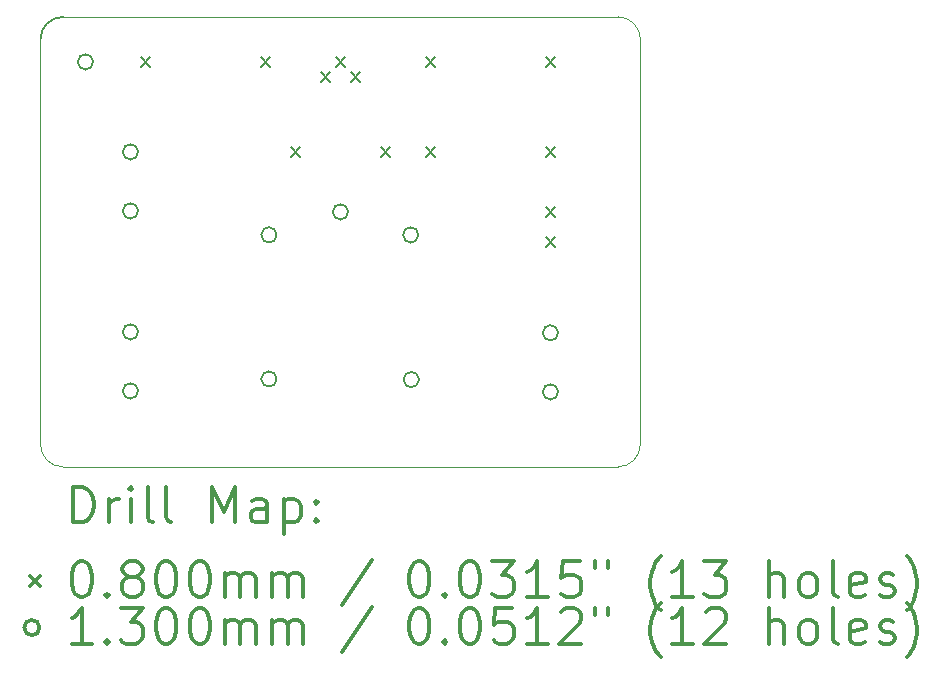
<source format=gbr>
%FSLAX45Y45*%
G04 Gerber Fmt 4.5, Leading zero omitted, Abs format (unit mm)*
G04 Created by KiCad (PCBNEW 5.1.12-84ad8e8a86~92~ubuntu20.04.1) date 2022-02-09 01:19:51*
%MOMM*%
%LPD*%
G01*
G04 APERTURE LIST*
%TA.AperFunction,Profile*%
%ADD10C,0.100000*%
%TD*%
%TA.AperFunction,Profile*%
%ADD11C,0.150000*%
%TD*%
%ADD12C,0.200000*%
%ADD13C,0.300000*%
G04 APERTURE END LIST*
D10*
X10350500Y-12446000D02*
G75*
G02*
X10160000Y-12255500I0J190500D01*
G01*
X15240000Y-12255500D02*
G75*
G02*
X15049500Y-12446000I-190500J0D01*
G01*
X15049500Y-8636000D02*
G75*
G02*
X15240000Y-8826500I0J-190500D01*
G01*
D11*
X10160000Y-8826500D02*
G75*
G02*
X10350500Y-8636000I190500J0D01*
G01*
D10*
X15049500Y-8636000D02*
X10350500Y-8636000D01*
X15240000Y-12255500D02*
X15240000Y-8826500D01*
X10350500Y-12446000D02*
X15049500Y-12446000D01*
X10160000Y-8826500D02*
X10160000Y-12255500D01*
D12*
X11009000Y-8977000D02*
X11089000Y-9057000D01*
X11089000Y-8977000D02*
X11009000Y-9057000D01*
X12025000Y-8977000D02*
X12105000Y-9057000D01*
X12105000Y-8977000D02*
X12025000Y-9057000D01*
X12279000Y-9739000D02*
X12359000Y-9819000D01*
X12359000Y-9739000D02*
X12279000Y-9819000D01*
X12533000Y-9104000D02*
X12613000Y-9184000D01*
X12613000Y-9104000D02*
X12533000Y-9184000D01*
X12660000Y-8977000D02*
X12740000Y-9057000D01*
X12740000Y-8977000D02*
X12660000Y-9057000D01*
X12787000Y-9104000D02*
X12867000Y-9184000D01*
X12867000Y-9104000D02*
X12787000Y-9184000D01*
X13041000Y-9739000D02*
X13121000Y-9819000D01*
X13121000Y-9739000D02*
X13041000Y-9819000D01*
X13422000Y-8977000D02*
X13502000Y-9057000D01*
X13502000Y-8977000D02*
X13422000Y-9057000D01*
X13422000Y-9739000D02*
X13502000Y-9819000D01*
X13502000Y-9739000D02*
X13422000Y-9819000D01*
X14438000Y-8977000D02*
X14518000Y-9057000D01*
X14518000Y-8977000D02*
X14438000Y-9057000D01*
X14438000Y-9739000D02*
X14518000Y-9819000D01*
X14518000Y-9739000D02*
X14438000Y-9819000D01*
X14438000Y-10247000D02*
X14518000Y-10327000D01*
X14518000Y-10247000D02*
X14438000Y-10327000D01*
X14438000Y-10501000D02*
X14518000Y-10581000D01*
X14518000Y-10501000D02*
X14438000Y-10581000D01*
X10606000Y-9017000D02*
G75*
G03*
X10606000Y-9017000I-65000J0D01*
G01*
X10987000Y-9779000D02*
G75*
G03*
X10987000Y-9779000I-65000J0D01*
G01*
X10987000Y-10279000D02*
G75*
G03*
X10987000Y-10279000I-65000J0D01*
G01*
X10987000Y-11303000D02*
G75*
G03*
X10987000Y-11303000I-65000J0D01*
G01*
X10987000Y-11803000D02*
G75*
G03*
X10987000Y-11803000I-65000J0D01*
G01*
X12160000Y-10482000D02*
G75*
G03*
X12160000Y-10482000I-65000J0D01*
G01*
X12160000Y-11702000D02*
G75*
G03*
X12160000Y-11702000I-65000J0D01*
G01*
X12765000Y-10287000D02*
G75*
G03*
X12765000Y-10287000I-65000J0D01*
G01*
X13360000Y-10482000D02*
G75*
G03*
X13360000Y-10482000I-65000J0D01*
G01*
X13365000Y-11707000D02*
G75*
G03*
X13365000Y-11707000I-65000J0D01*
G01*
X14543000Y-11311000D02*
G75*
G03*
X14543000Y-11311000I-65000J0D01*
G01*
X14543000Y-11811000D02*
G75*
G03*
X14543000Y-11811000I-65000J0D01*
G01*
D13*
X10438928Y-12916714D02*
X10438928Y-12616714D01*
X10510357Y-12616714D01*
X10553214Y-12631000D01*
X10581786Y-12659571D01*
X10596071Y-12688143D01*
X10610357Y-12745286D01*
X10610357Y-12788143D01*
X10596071Y-12845286D01*
X10581786Y-12873857D01*
X10553214Y-12902429D01*
X10510357Y-12916714D01*
X10438928Y-12916714D01*
X10738928Y-12916714D02*
X10738928Y-12716714D01*
X10738928Y-12773857D02*
X10753214Y-12745286D01*
X10767500Y-12731000D01*
X10796071Y-12716714D01*
X10824643Y-12716714D01*
X10924643Y-12916714D02*
X10924643Y-12716714D01*
X10924643Y-12616714D02*
X10910357Y-12631000D01*
X10924643Y-12645286D01*
X10938928Y-12631000D01*
X10924643Y-12616714D01*
X10924643Y-12645286D01*
X11110357Y-12916714D02*
X11081786Y-12902429D01*
X11067500Y-12873857D01*
X11067500Y-12616714D01*
X11267500Y-12916714D02*
X11238928Y-12902429D01*
X11224643Y-12873857D01*
X11224643Y-12616714D01*
X11610357Y-12916714D02*
X11610357Y-12616714D01*
X11710357Y-12831000D01*
X11810357Y-12616714D01*
X11810357Y-12916714D01*
X12081786Y-12916714D02*
X12081786Y-12759571D01*
X12067500Y-12731000D01*
X12038928Y-12716714D01*
X11981786Y-12716714D01*
X11953214Y-12731000D01*
X12081786Y-12902429D02*
X12053214Y-12916714D01*
X11981786Y-12916714D01*
X11953214Y-12902429D01*
X11938928Y-12873857D01*
X11938928Y-12845286D01*
X11953214Y-12816714D01*
X11981786Y-12802429D01*
X12053214Y-12802429D01*
X12081786Y-12788143D01*
X12224643Y-12716714D02*
X12224643Y-13016714D01*
X12224643Y-12731000D02*
X12253214Y-12716714D01*
X12310357Y-12716714D01*
X12338928Y-12731000D01*
X12353214Y-12745286D01*
X12367500Y-12773857D01*
X12367500Y-12859571D01*
X12353214Y-12888143D01*
X12338928Y-12902429D01*
X12310357Y-12916714D01*
X12253214Y-12916714D01*
X12224643Y-12902429D01*
X12496071Y-12888143D02*
X12510357Y-12902429D01*
X12496071Y-12916714D01*
X12481786Y-12902429D01*
X12496071Y-12888143D01*
X12496071Y-12916714D01*
X12496071Y-12731000D02*
X12510357Y-12745286D01*
X12496071Y-12759571D01*
X12481786Y-12745286D01*
X12496071Y-12731000D01*
X12496071Y-12759571D01*
X10072500Y-13371000D02*
X10152500Y-13451000D01*
X10152500Y-13371000D02*
X10072500Y-13451000D01*
X10496071Y-13246714D02*
X10524643Y-13246714D01*
X10553214Y-13261000D01*
X10567500Y-13275286D01*
X10581786Y-13303857D01*
X10596071Y-13361000D01*
X10596071Y-13432429D01*
X10581786Y-13489571D01*
X10567500Y-13518143D01*
X10553214Y-13532429D01*
X10524643Y-13546714D01*
X10496071Y-13546714D01*
X10467500Y-13532429D01*
X10453214Y-13518143D01*
X10438928Y-13489571D01*
X10424643Y-13432429D01*
X10424643Y-13361000D01*
X10438928Y-13303857D01*
X10453214Y-13275286D01*
X10467500Y-13261000D01*
X10496071Y-13246714D01*
X10724643Y-13518143D02*
X10738928Y-13532429D01*
X10724643Y-13546714D01*
X10710357Y-13532429D01*
X10724643Y-13518143D01*
X10724643Y-13546714D01*
X10910357Y-13375286D02*
X10881786Y-13361000D01*
X10867500Y-13346714D01*
X10853214Y-13318143D01*
X10853214Y-13303857D01*
X10867500Y-13275286D01*
X10881786Y-13261000D01*
X10910357Y-13246714D01*
X10967500Y-13246714D01*
X10996071Y-13261000D01*
X11010357Y-13275286D01*
X11024643Y-13303857D01*
X11024643Y-13318143D01*
X11010357Y-13346714D01*
X10996071Y-13361000D01*
X10967500Y-13375286D01*
X10910357Y-13375286D01*
X10881786Y-13389571D01*
X10867500Y-13403857D01*
X10853214Y-13432429D01*
X10853214Y-13489571D01*
X10867500Y-13518143D01*
X10881786Y-13532429D01*
X10910357Y-13546714D01*
X10967500Y-13546714D01*
X10996071Y-13532429D01*
X11010357Y-13518143D01*
X11024643Y-13489571D01*
X11024643Y-13432429D01*
X11010357Y-13403857D01*
X10996071Y-13389571D01*
X10967500Y-13375286D01*
X11210357Y-13246714D02*
X11238928Y-13246714D01*
X11267500Y-13261000D01*
X11281786Y-13275286D01*
X11296071Y-13303857D01*
X11310357Y-13361000D01*
X11310357Y-13432429D01*
X11296071Y-13489571D01*
X11281786Y-13518143D01*
X11267500Y-13532429D01*
X11238928Y-13546714D01*
X11210357Y-13546714D01*
X11181786Y-13532429D01*
X11167500Y-13518143D01*
X11153214Y-13489571D01*
X11138928Y-13432429D01*
X11138928Y-13361000D01*
X11153214Y-13303857D01*
X11167500Y-13275286D01*
X11181786Y-13261000D01*
X11210357Y-13246714D01*
X11496071Y-13246714D02*
X11524643Y-13246714D01*
X11553214Y-13261000D01*
X11567500Y-13275286D01*
X11581786Y-13303857D01*
X11596071Y-13361000D01*
X11596071Y-13432429D01*
X11581786Y-13489571D01*
X11567500Y-13518143D01*
X11553214Y-13532429D01*
X11524643Y-13546714D01*
X11496071Y-13546714D01*
X11467500Y-13532429D01*
X11453214Y-13518143D01*
X11438928Y-13489571D01*
X11424643Y-13432429D01*
X11424643Y-13361000D01*
X11438928Y-13303857D01*
X11453214Y-13275286D01*
X11467500Y-13261000D01*
X11496071Y-13246714D01*
X11724643Y-13546714D02*
X11724643Y-13346714D01*
X11724643Y-13375286D02*
X11738928Y-13361000D01*
X11767500Y-13346714D01*
X11810357Y-13346714D01*
X11838928Y-13361000D01*
X11853214Y-13389571D01*
X11853214Y-13546714D01*
X11853214Y-13389571D02*
X11867500Y-13361000D01*
X11896071Y-13346714D01*
X11938928Y-13346714D01*
X11967500Y-13361000D01*
X11981786Y-13389571D01*
X11981786Y-13546714D01*
X12124643Y-13546714D02*
X12124643Y-13346714D01*
X12124643Y-13375286D02*
X12138928Y-13361000D01*
X12167500Y-13346714D01*
X12210357Y-13346714D01*
X12238928Y-13361000D01*
X12253214Y-13389571D01*
X12253214Y-13546714D01*
X12253214Y-13389571D02*
X12267500Y-13361000D01*
X12296071Y-13346714D01*
X12338928Y-13346714D01*
X12367500Y-13361000D01*
X12381786Y-13389571D01*
X12381786Y-13546714D01*
X12967500Y-13232429D02*
X12710357Y-13618143D01*
X13353214Y-13246714D02*
X13381786Y-13246714D01*
X13410357Y-13261000D01*
X13424643Y-13275286D01*
X13438928Y-13303857D01*
X13453214Y-13361000D01*
X13453214Y-13432429D01*
X13438928Y-13489571D01*
X13424643Y-13518143D01*
X13410357Y-13532429D01*
X13381786Y-13546714D01*
X13353214Y-13546714D01*
X13324643Y-13532429D01*
X13310357Y-13518143D01*
X13296071Y-13489571D01*
X13281786Y-13432429D01*
X13281786Y-13361000D01*
X13296071Y-13303857D01*
X13310357Y-13275286D01*
X13324643Y-13261000D01*
X13353214Y-13246714D01*
X13581786Y-13518143D02*
X13596071Y-13532429D01*
X13581786Y-13546714D01*
X13567500Y-13532429D01*
X13581786Y-13518143D01*
X13581786Y-13546714D01*
X13781786Y-13246714D02*
X13810357Y-13246714D01*
X13838928Y-13261000D01*
X13853214Y-13275286D01*
X13867500Y-13303857D01*
X13881786Y-13361000D01*
X13881786Y-13432429D01*
X13867500Y-13489571D01*
X13853214Y-13518143D01*
X13838928Y-13532429D01*
X13810357Y-13546714D01*
X13781786Y-13546714D01*
X13753214Y-13532429D01*
X13738928Y-13518143D01*
X13724643Y-13489571D01*
X13710357Y-13432429D01*
X13710357Y-13361000D01*
X13724643Y-13303857D01*
X13738928Y-13275286D01*
X13753214Y-13261000D01*
X13781786Y-13246714D01*
X13981786Y-13246714D02*
X14167500Y-13246714D01*
X14067500Y-13361000D01*
X14110357Y-13361000D01*
X14138928Y-13375286D01*
X14153214Y-13389571D01*
X14167500Y-13418143D01*
X14167500Y-13489571D01*
X14153214Y-13518143D01*
X14138928Y-13532429D01*
X14110357Y-13546714D01*
X14024643Y-13546714D01*
X13996071Y-13532429D01*
X13981786Y-13518143D01*
X14453214Y-13546714D02*
X14281786Y-13546714D01*
X14367500Y-13546714D02*
X14367500Y-13246714D01*
X14338928Y-13289571D01*
X14310357Y-13318143D01*
X14281786Y-13332429D01*
X14724643Y-13246714D02*
X14581786Y-13246714D01*
X14567500Y-13389571D01*
X14581786Y-13375286D01*
X14610357Y-13361000D01*
X14681786Y-13361000D01*
X14710357Y-13375286D01*
X14724643Y-13389571D01*
X14738928Y-13418143D01*
X14738928Y-13489571D01*
X14724643Y-13518143D01*
X14710357Y-13532429D01*
X14681786Y-13546714D01*
X14610357Y-13546714D01*
X14581786Y-13532429D01*
X14567500Y-13518143D01*
X14853214Y-13246714D02*
X14853214Y-13303857D01*
X14967500Y-13246714D02*
X14967500Y-13303857D01*
X15410357Y-13661000D02*
X15396071Y-13646714D01*
X15367500Y-13603857D01*
X15353214Y-13575286D01*
X15338928Y-13532429D01*
X15324643Y-13461000D01*
X15324643Y-13403857D01*
X15338928Y-13332429D01*
X15353214Y-13289571D01*
X15367500Y-13261000D01*
X15396071Y-13218143D01*
X15410357Y-13203857D01*
X15681786Y-13546714D02*
X15510357Y-13546714D01*
X15596071Y-13546714D02*
X15596071Y-13246714D01*
X15567500Y-13289571D01*
X15538928Y-13318143D01*
X15510357Y-13332429D01*
X15781786Y-13246714D02*
X15967500Y-13246714D01*
X15867500Y-13361000D01*
X15910357Y-13361000D01*
X15938928Y-13375286D01*
X15953214Y-13389571D01*
X15967500Y-13418143D01*
X15967500Y-13489571D01*
X15953214Y-13518143D01*
X15938928Y-13532429D01*
X15910357Y-13546714D01*
X15824643Y-13546714D01*
X15796071Y-13532429D01*
X15781786Y-13518143D01*
X16324643Y-13546714D02*
X16324643Y-13246714D01*
X16453214Y-13546714D02*
X16453214Y-13389571D01*
X16438928Y-13361000D01*
X16410357Y-13346714D01*
X16367500Y-13346714D01*
X16338928Y-13361000D01*
X16324643Y-13375286D01*
X16638928Y-13546714D02*
X16610357Y-13532429D01*
X16596071Y-13518143D01*
X16581786Y-13489571D01*
X16581786Y-13403857D01*
X16596071Y-13375286D01*
X16610357Y-13361000D01*
X16638928Y-13346714D01*
X16681786Y-13346714D01*
X16710357Y-13361000D01*
X16724643Y-13375286D01*
X16738928Y-13403857D01*
X16738928Y-13489571D01*
X16724643Y-13518143D01*
X16710357Y-13532429D01*
X16681786Y-13546714D01*
X16638928Y-13546714D01*
X16910357Y-13546714D02*
X16881786Y-13532429D01*
X16867500Y-13503857D01*
X16867500Y-13246714D01*
X17138928Y-13532429D02*
X17110357Y-13546714D01*
X17053214Y-13546714D01*
X17024643Y-13532429D01*
X17010357Y-13503857D01*
X17010357Y-13389571D01*
X17024643Y-13361000D01*
X17053214Y-13346714D01*
X17110357Y-13346714D01*
X17138928Y-13361000D01*
X17153214Y-13389571D01*
X17153214Y-13418143D01*
X17010357Y-13446714D01*
X17267500Y-13532429D02*
X17296071Y-13546714D01*
X17353214Y-13546714D01*
X17381786Y-13532429D01*
X17396071Y-13503857D01*
X17396071Y-13489571D01*
X17381786Y-13461000D01*
X17353214Y-13446714D01*
X17310357Y-13446714D01*
X17281786Y-13432429D01*
X17267500Y-13403857D01*
X17267500Y-13389571D01*
X17281786Y-13361000D01*
X17310357Y-13346714D01*
X17353214Y-13346714D01*
X17381786Y-13361000D01*
X17496071Y-13661000D02*
X17510357Y-13646714D01*
X17538928Y-13603857D01*
X17553214Y-13575286D01*
X17567500Y-13532429D01*
X17581786Y-13461000D01*
X17581786Y-13403857D01*
X17567500Y-13332429D01*
X17553214Y-13289571D01*
X17538928Y-13261000D01*
X17510357Y-13218143D01*
X17496071Y-13203857D01*
X10152500Y-13807000D02*
G75*
G03*
X10152500Y-13807000I-65000J0D01*
G01*
X10596071Y-13942714D02*
X10424643Y-13942714D01*
X10510357Y-13942714D02*
X10510357Y-13642714D01*
X10481786Y-13685571D01*
X10453214Y-13714143D01*
X10424643Y-13728429D01*
X10724643Y-13914143D02*
X10738928Y-13928429D01*
X10724643Y-13942714D01*
X10710357Y-13928429D01*
X10724643Y-13914143D01*
X10724643Y-13942714D01*
X10838928Y-13642714D02*
X11024643Y-13642714D01*
X10924643Y-13757000D01*
X10967500Y-13757000D01*
X10996071Y-13771286D01*
X11010357Y-13785571D01*
X11024643Y-13814143D01*
X11024643Y-13885571D01*
X11010357Y-13914143D01*
X10996071Y-13928429D01*
X10967500Y-13942714D01*
X10881786Y-13942714D01*
X10853214Y-13928429D01*
X10838928Y-13914143D01*
X11210357Y-13642714D02*
X11238928Y-13642714D01*
X11267500Y-13657000D01*
X11281786Y-13671286D01*
X11296071Y-13699857D01*
X11310357Y-13757000D01*
X11310357Y-13828429D01*
X11296071Y-13885571D01*
X11281786Y-13914143D01*
X11267500Y-13928429D01*
X11238928Y-13942714D01*
X11210357Y-13942714D01*
X11181786Y-13928429D01*
X11167500Y-13914143D01*
X11153214Y-13885571D01*
X11138928Y-13828429D01*
X11138928Y-13757000D01*
X11153214Y-13699857D01*
X11167500Y-13671286D01*
X11181786Y-13657000D01*
X11210357Y-13642714D01*
X11496071Y-13642714D02*
X11524643Y-13642714D01*
X11553214Y-13657000D01*
X11567500Y-13671286D01*
X11581786Y-13699857D01*
X11596071Y-13757000D01*
X11596071Y-13828429D01*
X11581786Y-13885571D01*
X11567500Y-13914143D01*
X11553214Y-13928429D01*
X11524643Y-13942714D01*
X11496071Y-13942714D01*
X11467500Y-13928429D01*
X11453214Y-13914143D01*
X11438928Y-13885571D01*
X11424643Y-13828429D01*
X11424643Y-13757000D01*
X11438928Y-13699857D01*
X11453214Y-13671286D01*
X11467500Y-13657000D01*
X11496071Y-13642714D01*
X11724643Y-13942714D02*
X11724643Y-13742714D01*
X11724643Y-13771286D02*
X11738928Y-13757000D01*
X11767500Y-13742714D01*
X11810357Y-13742714D01*
X11838928Y-13757000D01*
X11853214Y-13785571D01*
X11853214Y-13942714D01*
X11853214Y-13785571D02*
X11867500Y-13757000D01*
X11896071Y-13742714D01*
X11938928Y-13742714D01*
X11967500Y-13757000D01*
X11981786Y-13785571D01*
X11981786Y-13942714D01*
X12124643Y-13942714D02*
X12124643Y-13742714D01*
X12124643Y-13771286D02*
X12138928Y-13757000D01*
X12167500Y-13742714D01*
X12210357Y-13742714D01*
X12238928Y-13757000D01*
X12253214Y-13785571D01*
X12253214Y-13942714D01*
X12253214Y-13785571D02*
X12267500Y-13757000D01*
X12296071Y-13742714D01*
X12338928Y-13742714D01*
X12367500Y-13757000D01*
X12381786Y-13785571D01*
X12381786Y-13942714D01*
X12967500Y-13628429D02*
X12710357Y-14014143D01*
X13353214Y-13642714D02*
X13381786Y-13642714D01*
X13410357Y-13657000D01*
X13424643Y-13671286D01*
X13438928Y-13699857D01*
X13453214Y-13757000D01*
X13453214Y-13828429D01*
X13438928Y-13885571D01*
X13424643Y-13914143D01*
X13410357Y-13928429D01*
X13381786Y-13942714D01*
X13353214Y-13942714D01*
X13324643Y-13928429D01*
X13310357Y-13914143D01*
X13296071Y-13885571D01*
X13281786Y-13828429D01*
X13281786Y-13757000D01*
X13296071Y-13699857D01*
X13310357Y-13671286D01*
X13324643Y-13657000D01*
X13353214Y-13642714D01*
X13581786Y-13914143D02*
X13596071Y-13928429D01*
X13581786Y-13942714D01*
X13567500Y-13928429D01*
X13581786Y-13914143D01*
X13581786Y-13942714D01*
X13781786Y-13642714D02*
X13810357Y-13642714D01*
X13838928Y-13657000D01*
X13853214Y-13671286D01*
X13867500Y-13699857D01*
X13881786Y-13757000D01*
X13881786Y-13828429D01*
X13867500Y-13885571D01*
X13853214Y-13914143D01*
X13838928Y-13928429D01*
X13810357Y-13942714D01*
X13781786Y-13942714D01*
X13753214Y-13928429D01*
X13738928Y-13914143D01*
X13724643Y-13885571D01*
X13710357Y-13828429D01*
X13710357Y-13757000D01*
X13724643Y-13699857D01*
X13738928Y-13671286D01*
X13753214Y-13657000D01*
X13781786Y-13642714D01*
X14153214Y-13642714D02*
X14010357Y-13642714D01*
X13996071Y-13785571D01*
X14010357Y-13771286D01*
X14038928Y-13757000D01*
X14110357Y-13757000D01*
X14138928Y-13771286D01*
X14153214Y-13785571D01*
X14167500Y-13814143D01*
X14167500Y-13885571D01*
X14153214Y-13914143D01*
X14138928Y-13928429D01*
X14110357Y-13942714D01*
X14038928Y-13942714D01*
X14010357Y-13928429D01*
X13996071Y-13914143D01*
X14453214Y-13942714D02*
X14281786Y-13942714D01*
X14367500Y-13942714D02*
X14367500Y-13642714D01*
X14338928Y-13685571D01*
X14310357Y-13714143D01*
X14281786Y-13728429D01*
X14567500Y-13671286D02*
X14581786Y-13657000D01*
X14610357Y-13642714D01*
X14681786Y-13642714D01*
X14710357Y-13657000D01*
X14724643Y-13671286D01*
X14738928Y-13699857D01*
X14738928Y-13728429D01*
X14724643Y-13771286D01*
X14553214Y-13942714D01*
X14738928Y-13942714D01*
X14853214Y-13642714D02*
X14853214Y-13699857D01*
X14967500Y-13642714D02*
X14967500Y-13699857D01*
X15410357Y-14057000D02*
X15396071Y-14042714D01*
X15367500Y-13999857D01*
X15353214Y-13971286D01*
X15338928Y-13928429D01*
X15324643Y-13857000D01*
X15324643Y-13799857D01*
X15338928Y-13728429D01*
X15353214Y-13685571D01*
X15367500Y-13657000D01*
X15396071Y-13614143D01*
X15410357Y-13599857D01*
X15681786Y-13942714D02*
X15510357Y-13942714D01*
X15596071Y-13942714D02*
X15596071Y-13642714D01*
X15567500Y-13685571D01*
X15538928Y-13714143D01*
X15510357Y-13728429D01*
X15796071Y-13671286D02*
X15810357Y-13657000D01*
X15838928Y-13642714D01*
X15910357Y-13642714D01*
X15938928Y-13657000D01*
X15953214Y-13671286D01*
X15967500Y-13699857D01*
X15967500Y-13728429D01*
X15953214Y-13771286D01*
X15781786Y-13942714D01*
X15967500Y-13942714D01*
X16324643Y-13942714D02*
X16324643Y-13642714D01*
X16453214Y-13942714D02*
X16453214Y-13785571D01*
X16438928Y-13757000D01*
X16410357Y-13742714D01*
X16367500Y-13742714D01*
X16338928Y-13757000D01*
X16324643Y-13771286D01*
X16638928Y-13942714D02*
X16610357Y-13928429D01*
X16596071Y-13914143D01*
X16581786Y-13885571D01*
X16581786Y-13799857D01*
X16596071Y-13771286D01*
X16610357Y-13757000D01*
X16638928Y-13742714D01*
X16681786Y-13742714D01*
X16710357Y-13757000D01*
X16724643Y-13771286D01*
X16738928Y-13799857D01*
X16738928Y-13885571D01*
X16724643Y-13914143D01*
X16710357Y-13928429D01*
X16681786Y-13942714D01*
X16638928Y-13942714D01*
X16910357Y-13942714D02*
X16881786Y-13928429D01*
X16867500Y-13899857D01*
X16867500Y-13642714D01*
X17138928Y-13928429D02*
X17110357Y-13942714D01*
X17053214Y-13942714D01*
X17024643Y-13928429D01*
X17010357Y-13899857D01*
X17010357Y-13785571D01*
X17024643Y-13757000D01*
X17053214Y-13742714D01*
X17110357Y-13742714D01*
X17138928Y-13757000D01*
X17153214Y-13785571D01*
X17153214Y-13814143D01*
X17010357Y-13842714D01*
X17267500Y-13928429D02*
X17296071Y-13942714D01*
X17353214Y-13942714D01*
X17381786Y-13928429D01*
X17396071Y-13899857D01*
X17396071Y-13885571D01*
X17381786Y-13857000D01*
X17353214Y-13842714D01*
X17310357Y-13842714D01*
X17281786Y-13828429D01*
X17267500Y-13799857D01*
X17267500Y-13785571D01*
X17281786Y-13757000D01*
X17310357Y-13742714D01*
X17353214Y-13742714D01*
X17381786Y-13757000D01*
X17496071Y-14057000D02*
X17510357Y-14042714D01*
X17538928Y-13999857D01*
X17553214Y-13971286D01*
X17567500Y-13928429D01*
X17581786Y-13857000D01*
X17581786Y-13799857D01*
X17567500Y-13728429D01*
X17553214Y-13685571D01*
X17538928Y-13657000D01*
X17510357Y-13614143D01*
X17496071Y-13599857D01*
M02*

</source>
